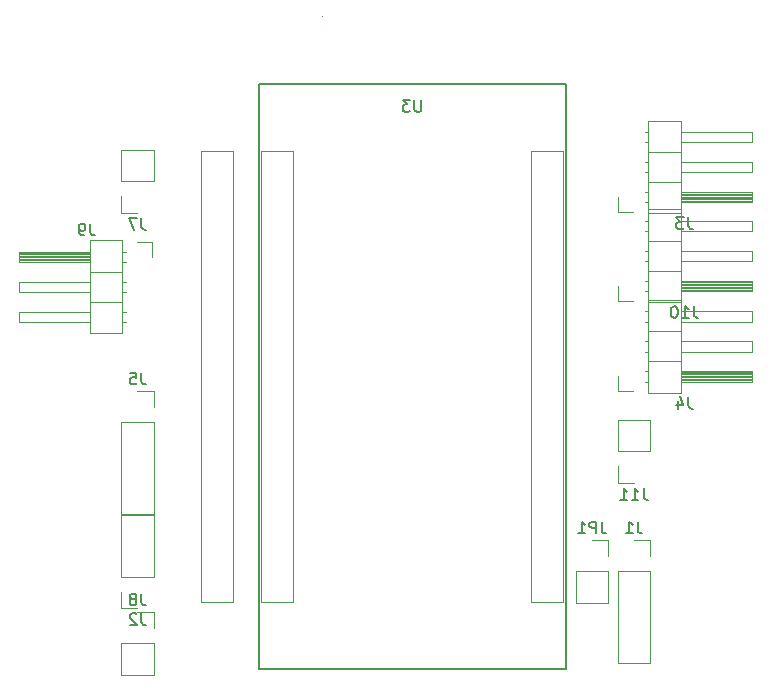
<source format=gbo>
G04 #@! TF.FileFunction,Legend,Bot*
%FSLAX46Y46*%
G04 Gerber Fmt 4.6, Leading zero omitted, Abs format (unit mm)*
G04 Created by KiCad (PCBNEW 4.0.7) date Sun Nov  5 18:25:08 2017*
%MOMM*%
%LPD*%
G01*
G04 APERTURE LIST*
%ADD10C,0.100000*%
%ADD11C,0.120000*%
%ADD12C,0.150000*%
%ADD13C,0.050000*%
G04 APERTURE END LIST*
D10*
D11*
X12080000Y-5532000D02*
X12080000Y-43692000D01*
X12080000Y-43692000D02*
X9420000Y-43692000D01*
X9480000Y-5532000D02*
X12020000Y-5532000D01*
X9420000Y-43692000D02*
X9420000Y-5532000D01*
X40020000Y-5532000D02*
X40020000Y-43692000D01*
X40020000Y-43692000D02*
X37360000Y-43692000D01*
X37360000Y-43692000D02*
X37360000Y-5532000D01*
X37420000Y-5532000D02*
X39960000Y-5532000D01*
X14500000Y-43692000D02*
X14500000Y-5532000D01*
X14560000Y-5532000D02*
X17100000Y-5532000D01*
X17160000Y-43692000D02*
X14500000Y-43692000D01*
X17160000Y-5532000D02*
X17160000Y-43692000D01*
D12*
X40260000Y198000D02*
X14260000Y198000D01*
D13*
X19640000Y5898000D02*
X19640000Y5898000D01*
D12*
X40260000Y198000D02*
X40260000Y-49362000D01*
D13*
X10242000Y-5532000D02*
X10242000Y-5532000D01*
D12*
X14260000Y198000D02*
X14260000Y-49362000D01*
X40260000Y-49362000D02*
X14260000Y-49362000D01*
D11*
X2610000Y-41530000D02*
X2610000Y-36330000D01*
X2610000Y-36330000D02*
X5390000Y-36330000D01*
X5390000Y-36330000D02*
X5390000Y-41530000D01*
X5390000Y-41530000D02*
X2610000Y-41530000D01*
X2610000Y-42800000D02*
X2610000Y-44190000D01*
X2610000Y-44190000D02*
X4000000Y-44190000D01*
X47430000Y-41090000D02*
X47430000Y-48830000D01*
X47430000Y-48830000D02*
X44650000Y-48830000D01*
X44650000Y-48830000D02*
X44650000Y-41090000D01*
X44650000Y-41090000D02*
X47430000Y-41090000D01*
X47430000Y-39820000D02*
X47430000Y-38430000D01*
X47430000Y-38430000D02*
X46040000Y-38430000D01*
X44719200Y-10660800D02*
X45989200Y-10660800D01*
X44719200Y-9390800D02*
X44719200Y-10660800D01*
X46959200Y-3870800D02*
X47269200Y-3870800D01*
X46959200Y-4750800D02*
X47269200Y-4750800D01*
X56009200Y-4750800D02*
X50009200Y-4750800D01*
X56009200Y-3870800D02*
X56009200Y-4750800D01*
X50009200Y-3870800D02*
X56009200Y-3870800D01*
X50009200Y-4750800D02*
X50009200Y-3870800D01*
X50009200Y-5580800D02*
X47269200Y-5580800D01*
X50009200Y-2920800D02*
X50009200Y-5580800D01*
X47269200Y-2920800D02*
X50009200Y-2920800D01*
X47269200Y-5580800D02*
X47269200Y-2920800D01*
X46959200Y-6410800D02*
X47269200Y-6410800D01*
X46959200Y-7290800D02*
X47269200Y-7290800D01*
X56009200Y-7290800D02*
X50009200Y-7290800D01*
X56009200Y-6410800D02*
X56009200Y-7290800D01*
X50009200Y-6410800D02*
X56009200Y-6410800D01*
X50009200Y-7290800D02*
X50009200Y-6410800D01*
X50009200Y-8120800D02*
X47269200Y-8120800D01*
X50009200Y-5580800D02*
X50009200Y-8120800D01*
X47269200Y-5580800D02*
X50009200Y-5580800D01*
X47269200Y-8120800D02*
X47269200Y-5580800D01*
X50009200Y-8990800D02*
X56009200Y-8990800D01*
X50009200Y-9110800D02*
X56009200Y-9110800D01*
X50009200Y-9230800D02*
X56009200Y-9230800D01*
X50009200Y-9350800D02*
X56009200Y-9350800D01*
X50009200Y-9470800D02*
X56009200Y-9470800D01*
X50009200Y-9590800D02*
X56009200Y-9590800D01*
X50009200Y-9710800D02*
X56009200Y-9710800D01*
X46959200Y-8950800D02*
X47269200Y-8950800D01*
X46959200Y-9830800D02*
X47269200Y-9830800D01*
X56009200Y-9830800D02*
X50009200Y-9830800D01*
X56009200Y-8950800D02*
X56009200Y-9830800D01*
X50009200Y-8950800D02*
X56009200Y-8950800D01*
X50009200Y-9830800D02*
X50009200Y-8950800D01*
X50009200Y-10780800D02*
X47269200Y-10780800D01*
X50009200Y-8120800D02*
X50009200Y-10780800D01*
X47269200Y-8120800D02*
X50009200Y-8120800D01*
X47269200Y-10780800D02*
X47269200Y-8120800D01*
X47269200Y-25970000D02*
X47269200Y-23310000D01*
X47269200Y-23310000D02*
X50009200Y-23310000D01*
X50009200Y-23310000D02*
X50009200Y-25970000D01*
X50009200Y-25970000D02*
X47269200Y-25970000D01*
X50009200Y-25020000D02*
X50009200Y-24140000D01*
X50009200Y-24140000D02*
X56009200Y-24140000D01*
X56009200Y-24140000D02*
X56009200Y-25020000D01*
X56009200Y-25020000D02*
X50009200Y-25020000D01*
X46959200Y-25020000D02*
X47269200Y-25020000D01*
X46959200Y-24140000D02*
X47269200Y-24140000D01*
X50009200Y-24900000D02*
X56009200Y-24900000D01*
X50009200Y-24780000D02*
X56009200Y-24780000D01*
X50009200Y-24660000D02*
X56009200Y-24660000D01*
X50009200Y-24540000D02*
X56009200Y-24540000D01*
X50009200Y-24420000D02*
X56009200Y-24420000D01*
X50009200Y-24300000D02*
X56009200Y-24300000D01*
X50009200Y-24180000D02*
X56009200Y-24180000D01*
X47269200Y-23310000D02*
X47269200Y-20770000D01*
X47269200Y-20770000D02*
X50009200Y-20770000D01*
X50009200Y-20770000D02*
X50009200Y-23310000D01*
X50009200Y-23310000D02*
X47269200Y-23310000D01*
X50009200Y-22480000D02*
X50009200Y-21600000D01*
X50009200Y-21600000D02*
X56009200Y-21600000D01*
X56009200Y-21600000D02*
X56009200Y-22480000D01*
X56009200Y-22480000D02*
X50009200Y-22480000D01*
X46959200Y-22480000D02*
X47269200Y-22480000D01*
X46959200Y-21600000D02*
X47269200Y-21600000D01*
X47269200Y-20770000D02*
X47269200Y-18110000D01*
X47269200Y-18110000D02*
X50009200Y-18110000D01*
X50009200Y-18110000D02*
X50009200Y-20770000D01*
X50009200Y-20770000D02*
X47269200Y-20770000D01*
X50009200Y-19940000D02*
X50009200Y-19060000D01*
X50009200Y-19060000D02*
X56009200Y-19060000D01*
X56009200Y-19060000D02*
X56009200Y-19940000D01*
X56009200Y-19940000D02*
X50009200Y-19940000D01*
X46959200Y-19940000D02*
X47269200Y-19940000D01*
X46959200Y-19060000D02*
X47269200Y-19060000D01*
X44719200Y-24580000D02*
X44719200Y-25850000D01*
X44719200Y-25850000D02*
X45989200Y-25850000D01*
X5270000Y-13190000D02*
X4000000Y-13190000D01*
X5270000Y-14460000D02*
X5270000Y-13190000D01*
X3030000Y-19980000D02*
X2720000Y-19980000D01*
X3030000Y-19100000D02*
X2720000Y-19100000D01*
X-6020000Y-19100000D02*
X-20000Y-19100000D01*
X-6020000Y-19980000D02*
X-6020000Y-19100000D01*
X-20000Y-19980000D02*
X-6020000Y-19980000D01*
X-20000Y-19100000D02*
X-20000Y-19980000D01*
X-20000Y-18270000D02*
X2720000Y-18270000D01*
X-20000Y-20930000D02*
X-20000Y-18270000D01*
X2720000Y-20930000D02*
X-20000Y-20930000D01*
X2720000Y-18270000D02*
X2720000Y-20930000D01*
X3030000Y-17440000D02*
X2720000Y-17440000D01*
X3030000Y-16560000D02*
X2720000Y-16560000D01*
X-6020000Y-16560000D02*
X-20000Y-16560000D01*
X-6020000Y-17440000D02*
X-6020000Y-16560000D01*
X-20000Y-17440000D02*
X-6020000Y-17440000D01*
X-20000Y-16560000D02*
X-20000Y-17440000D01*
X-20000Y-15730000D02*
X2720000Y-15730000D01*
X-20000Y-18270000D02*
X-20000Y-15730000D01*
X2720000Y-18270000D02*
X-20000Y-18270000D01*
X2720000Y-15730000D02*
X2720000Y-18270000D01*
X-20000Y-14860000D02*
X-6020000Y-14860000D01*
X-20000Y-14740000D02*
X-6020000Y-14740000D01*
X-20000Y-14620000D02*
X-6020000Y-14620000D01*
X-20000Y-14500000D02*
X-6020000Y-14500000D01*
X-20000Y-14380000D02*
X-6020000Y-14380000D01*
X-20000Y-14260000D02*
X-6020000Y-14260000D01*
X-20000Y-14140000D02*
X-6020000Y-14140000D01*
X3030000Y-14900000D02*
X2720000Y-14900000D01*
X3030000Y-14020000D02*
X2720000Y-14020000D01*
X-6020000Y-14020000D02*
X-20000Y-14020000D01*
X-6020000Y-14900000D02*
X-6020000Y-14020000D01*
X-20000Y-14900000D02*
X-6020000Y-14900000D01*
X-20000Y-14020000D02*
X-20000Y-14900000D01*
X-20000Y-13070000D02*
X2720000Y-13070000D01*
X-20000Y-15730000D02*
X-20000Y-13070000D01*
X2720000Y-15730000D02*
X-20000Y-15730000D01*
X2720000Y-13070000D02*
X2720000Y-15730000D01*
X47269200Y-18299200D02*
X47269200Y-15639200D01*
X47269200Y-15639200D02*
X50009200Y-15639200D01*
X50009200Y-15639200D02*
X50009200Y-18299200D01*
X50009200Y-18299200D02*
X47269200Y-18299200D01*
X50009200Y-17349200D02*
X50009200Y-16469200D01*
X50009200Y-16469200D02*
X56009200Y-16469200D01*
X56009200Y-16469200D02*
X56009200Y-17349200D01*
X56009200Y-17349200D02*
X50009200Y-17349200D01*
X46959200Y-17349200D02*
X47269200Y-17349200D01*
X46959200Y-16469200D02*
X47269200Y-16469200D01*
X50009200Y-17229200D02*
X56009200Y-17229200D01*
X50009200Y-17109200D02*
X56009200Y-17109200D01*
X50009200Y-16989200D02*
X56009200Y-16989200D01*
X50009200Y-16869200D02*
X56009200Y-16869200D01*
X50009200Y-16749200D02*
X56009200Y-16749200D01*
X50009200Y-16629200D02*
X56009200Y-16629200D01*
X50009200Y-16509200D02*
X56009200Y-16509200D01*
X47269200Y-15639200D02*
X47269200Y-13099200D01*
X47269200Y-13099200D02*
X50009200Y-13099200D01*
X50009200Y-13099200D02*
X50009200Y-15639200D01*
X50009200Y-15639200D02*
X47269200Y-15639200D01*
X50009200Y-14809200D02*
X50009200Y-13929200D01*
X50009200Y-13929200D02*
X56009200Y-13929200D01*
X56009200Y-13929200D02*
X56009200Y-14809200D01*
X56009200Y-14809200D02*
X50009200Y-14809200D01*
X46959200Y-14809200D02*
X47269200Y-14809200D01*
X46959200Y-13929200D02*
X47269200Y-13929200D01*
X47269200Y-13099200D02*
X47269200Y-10439200D01*
X47269200Y-10439200D02*
X50009200Y-10439200D01*
X50009200Y-10439200D02*
X50009200Y-13099200D01*
X50009200Y-13099200D02*
X47269200Y-13099200D01*
X50009200Y-12269200D02*
X50009200Y-11389200D01*
X50009200Y-11389200D02*
X56009200Y-11389200D01*
X56009200Y-11389200D02*
X56009200Y-12269200D01*
X56009200Y-12269200D02*
X50009200Y-12269200D01*
X46959200Y-12269200D02*
X47269200Y-12269200D01*
X46959200Y-11389200D02*
X47269200Y-11389200D01*
X44719200Y-16909200D02*
X44719200Y-18179200D01*
X44719200Y-18179200D02*
X45989200Y-18179200D01*
X43874000Y-38430000D02*
X42484000Y-38430000D01*
X43874000Y-39820000D02*
X43874000Y-38430000D01*
X41094000Y-41090000D02*
X43874000Y-41090000D01*
X41094000Y-43750000D02*
X41094000Y-41090000D01*
X43874000Y-43750000D02*
X41094000Y-43750000D01*
X43874000Y-41090000D02*
X43874000Y-43750000D01*
X44650000Y-30930000D02*
X44650000Y-28270000D01*
X44650000Y-28270000D02*
X47430000Y-28270000D01*
X47430000Y-28270000D02*
X47430000Y-30930000D01*
X47430000Y-30930000D02*
X44650000Y-30930000D01*
X44650000Y-32200000D02*
X44650000Y-33590000D01*
X44650000Y-33590000D02*
X46040000Y-33590000D01*
X2610000Y-10730000D02*
X4000000Y-10730000D01*
X2610000Y-9340000D02*
X2610000Y-10730000D01*
X5390000Y-8070000D02*
X2610000Y-8070000D01*
X5390000Y-5410000D02*
X5390000Y-8070000D01*
X2610000Y-5410000D02*
X5390000Y-5410000D01*
X2610000Y-8070000D02*
X2610000Y-5410000D01*
X5390000Y-47186000D02*
X5390000Y-49846000D01*
X5390000Y-49846000D02*
X2610000Y-49846000D01*
X2610000Y-49846000D02*
X2610000Y-47186000D01*
X2610000Y-47186000D02*
X5390000Y-47186000D01*
X5390000Y-45916000D02*
X5390000Y-44526000D01*
X5390000Y-44526000D02*
X4000000Y-44526000D01*
X5390000Y-28463000D02*
X5390000Y-36203000D01*
X5390000Y-36203000D02*
X2610000Y-36203000D01*
X2610000Y-36203000D02*
X2610000Y-28463000D01*
X2610000Y-28463000D02*
X5390000Y-28463000D01*
X5390000Y-27193000D02*
X5390000Y-25803000D01*
X5390000Y-25803000D02*
X4000000Y-25803000D01*
D12*
X28021905Y-1174381D02*
X28021905Y-1983905D01*
X27974286Y-2079143D01*
X27926667Y-2126762D01*
X27831429Y-2174381D01*
X27640952Y-2174381D01*
X27545714Y-2126762D01*
X27498095Y-2079143D01*
X27450476Y-1983905D01*
X27450476Y-1174381D01*
X27069524Y-1174381D02*
X26450476Y-1174381D01*
X26783810Y-1555333D01*
X26640952Y-1555333D01*
X26545714Y-1602952D01*
X26498095Y-1650571D01*
X26450476Y-1745810D01*
X26450476Y-1983905D01*
X26498095Y-2079143D01*
X26545714Y-2126762D01*
X26640952Y-2174381D01*
X26926667Y-2174381D01*
X27021905Y-2126762D01*
X27069524Y-2079143D01*
X4333333Y-44642381D02*
X4333333Y-45356667D01*
X4380953Y-45499524D01*
X4476191Y-45594762D01*
X4619048Y-45642381D01*
X4714286Y-45642381D01*
X3904762Y-44737619D02*
X3857143Y-44690000D01*
X3761905Y-44642381D01*
X3523809Y-44642381D01*
X3428571Y-44690000D01*
X3380952Y-44737619D01*
X3333333Y-44832857D01*
X3333333Y-44928095D01*
X3380952Y-45070952D01*
X3952381Y-45642381D01*
X3333333Y-45642381D01*
X46373333Y-36882381D02*
X46373333Y-37596667D01*
X46420953Y-37739524D01*
X46516191Y-37834762D01*
X46659048Y-37882381D01*
X46754286Y-37882381D01*
X45373333Y-37882381D02*
X45944762Y-37882381D01*
X45659048Y-37882381D02*
X45659048Y-36882381D01*
X45754286Y-37025238D01*
X45849524Y-37120476D01*
X45944762Y-37168095D01*
X50637533Y-11113181D02*
X50637533Y-11827467D01*
X50685153Y-11970324D01*
X50780391Y-12065562D01*
X50923248Y-12113181D01*
X51018486Y-12113181D01*
X50256581Y-11113181D02*
X49637533Y-11113181D01*
X49970867Y-11494133D01*
X49828009Y-11494133D01*
X49732771Y-11541752D01*
X49685152Y-11589371D01*
X49637533Y-11684610D01*
X49637533Y-11922705D01*
X49685152Y-12017943D01*
X49732771Y-12065562D01*
X49828009Y-12113181D01*
X50113724Y-12113181D01*
X50208962Y-12065562D01*
X50256581Y-12017943D01*
X50637533Y-26302381D02*
X50637533Y-27016667D01*
X50685153Y-27159524D01*
X50780391Y-27254762D01*
X50923248Y-27302381D01*
X51018486Y-27302381D01*
X49732771Y-26635714D02*
X49732771Y-27302381D01*
X49970867Y-26254762D02*
X50208962Y-26969048D01*
X49589914Y-26969048D01*
X18333Y-11642381D02*
X18333Y-12356667D01*
X65953Y-12499524D01*
X161191Y-12594762D01*
X304048Y-12642381D01*
X399286Y-12642381D01*
X-505476Y-12642381D02*
X-695952Y-12642381D01*
X-791191Y-12594762D01*
X-838810Y-12547143D01*
X-934048Y-12404286D01*
X-981667Y-12213810D01*
X-981667Y-11832857D01*
X-934048Y-11737619D01*
X-886429Y-11690000D01*
X-791191Y-11642381D01*
X-600714Y-11642381D01*
X-505476Y-11690000D01*
X-457857Y-11737619D01*
X-410238Y-11832857D01*
X-410238Y-12070952D01*
X-457857Y-12166190D01*
X-505476Y-12213810D01*
X-600714Y-12261429D01*
X-791191Y-12261429D01*
X-886429Y-12213810D01*
X-934048Y-12166190D01*
X-981667Y-12070952D01*
X51113723Y-18631581D02*
X51113723Y-19345867D01*
X51161343Y-19488724D01*
X51256581Y-19583962D01*
X51399438Y-19631581D01*
X51494676Y-19631581D01*
X50113723Y-19631581D02*
X50685152Y-19631581D01*
X50399438Y-19631581D02*
X50399438Y-18631581D01*
X50494676Y-18774438D01*
X50589914Y-18869676D01*
X50685152Y-18917295D01*
X49494676Y-18631581D02*
X49399437Y-18631581D01*
X49304199Y-18679200D01*
X49256580Y-18726819D01*
X49208961Y-18822057D01*
X49161342Y-19012533D01*
X49161342Y-19250629D01*
X49208961Y-19441105D01*
X49256580Y-19536343D01*
X49304199Y-19583962D01*
X49399437Y-19631581D01*
X49494676Y-19631581D01*
X49589914Y-19583962D01*
X49637533Y-19536343D01*
X49685152Y-19441105D01*
X49732771Y-19250629D01*
X49732771Y-19012533D01*
X49685152Y-18822057D01*
X49637533Y-18726819D01*
X49589914Y-18679200D01*
X49494676Y-18631581D01*
X43317333Y-36882381D02*
X43317333Y-37596667D01*
X43364953Y-37739524D01*
X43460191Y-37834762D01*
X43603048Y-37882381D01*
X43698286Y-37882381D01*
X42841143Y-37882381D02*
X42841143Y-36882381D01*
X42460190Y-36882381D01*
X42364952Y-36930000D01*
X42317333Y-36977619D01*
X42269714Y-37072857D01*
X42269714Y-37215714D01*
X42317333Y-37310952D01*
X42364952Y-37358571D01*
X42460190Y-37406190D01*
X42841143Y-37406190D01*
X41317333Y-37882381D02*
X41888762Y-37882381D01*
X41603048Y-37882381D02*
X41603048Y-36882381D01*
X41698286Y-37025238D01*
X41793524Y-37120476D01*
X41888762Y-37168095D01*
X46849523Y-34042381D02*
X46849523Y-34756667D01*
X46897143Y-34899524D01*
X46992381Y-34994762D01*
X47135238Y-35042381D01*
X47230476Y-35042381D01*
X45849523Y-35042381D02*
X46420952Y-35042381D01*
X46135238Y-35042381D02*
X46135238Y-34042381D01*
X46230476Y-34185238D01*
X46325714Y-34280476D01*
X46420952Y-34328095D01*
X44897142Y-35042381D02*
X45468571Y-35042381D01*
X45182857Y-35042381D02*
X45182857Y-34042381D01*
X45278095Y-34185238D01*
X45373333Y-34280476D01*
X45468571Y-34328095D01*
X4333333Y-11182381D02*
X4333333Y-11896667D01*
X4380953Y-12039524D01*
X4476191Y-12134762D01*
X4619048Y-12182381D01*
X4714286Y-12182381D01*
X3952381Y-11182381D02*
X3285714Y-11182381D01*
X3714286Y-12182381D01*
X4333333Y-42978381D02*
X4333333Y-43692667D01*
X4380953Y-43835524D01*
X4476191Y-43930762D01*
X4619048Y-43978381D01*
X4714286Y-43978381D01*
X3714286Y-43406952D02*
X3809524Y-43359333D01*
X3857143Y-43311714D01*
X3904762Y-43216476D01*
X3904762Y-43168857D01*
X3857143Y-43073619D01*
X3809524Y-43026000D01*
X3714286Y-42978381D01*
X3523809Y-42978381D01*
X3428571Y-43026000D01*
X3380952Y-43073619D01*
X3333333Y-43168857D01*
X3333333Y-43216476D01*
X3380952Y-43311714D01*
X3428571Y-43359333D01*
X3523809Y-43406952D01*
X3714286Y-43406952D01*
X3809524Y-43454571D01*
X3857143Y-43502190D01*
X3904762Y-43597429D01*
X3904762Y-43787905D01*
X3857143Y-43883143D01*
X3809524Y-43930762D01*
X3714286Y-43978381D01*
X3523809Y-43978381D01*
X3428571Y-43930762D01*
X3380952Y-43883143D01*
X3333333Y-43787905D01*
X3333333Y-43597429D01*
X3380952Y-43502190D01*
X3428571Y-43454571D01*
X3523809Y-43406952D01*
X4333333Y-24255381D02*
X4333333Y-24969667D01*
X4380953Y-25112524D01*
X4476191Y-25207762D01*
X4619048Y-25255381D01*
X4714286Y-25255381D01*
X3380952Y-24255381D02*
X3857143Y-24255381D01*
X3904762Y-24731571D01*
X3857143Y-24683952D01*
X3761905Y-24636333D01*
X3523809Y-24636333D01*
X3428571Y-24683952D01*
X3380952Y-24731571D01*
X3333333Y-24826810D01*
X3333333Y-25064905D01*
X3380952Y-25160143D01*
X3428571Y-25207762D01*
X3523809Y-25255381D01*
X3761905Y-25255381D01*
X3857143Y-25207762D01*
X3904762Y-25160143D01*
M02*

</source>
